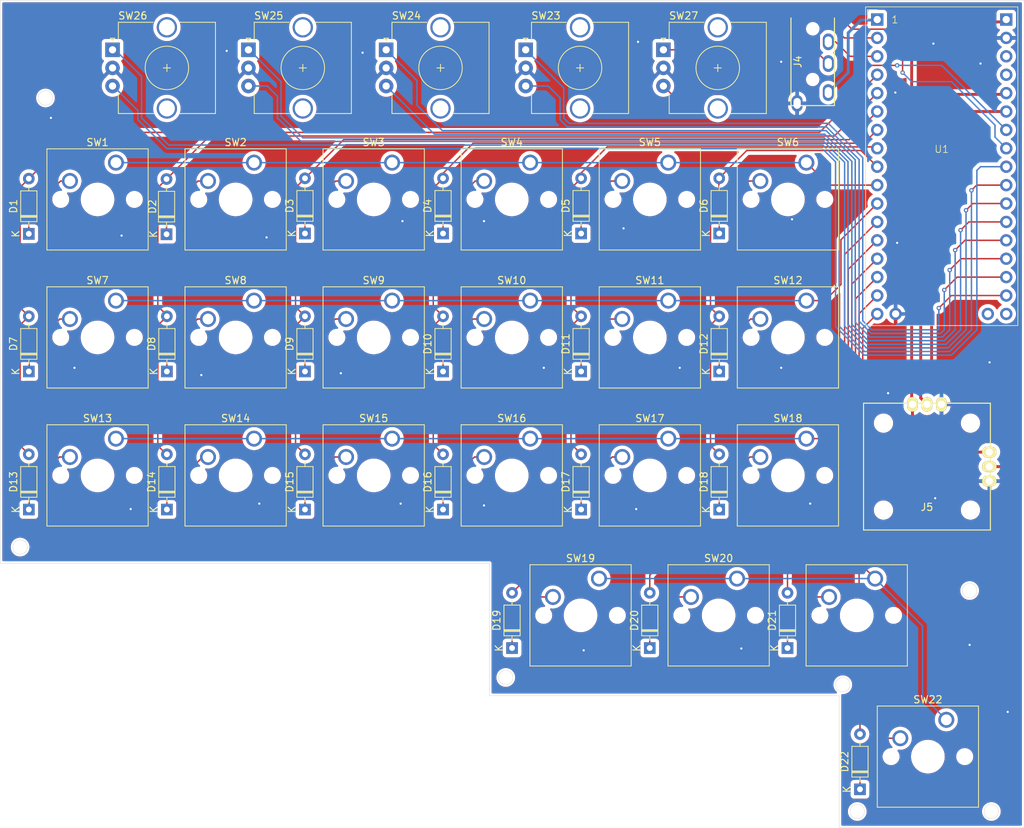
<source format=kicad_pcb>
(kicad_pcb (version 20241229) (generator "pcbnew") (generator_version "9.0")
  (layers (0 "F.Cu" signal) (2 "B.Cu" signal) (13 "F.Paste" user) (15 "B.Paste" user) (5 "F.SilkS" user "F.Silkscreen") (7 "B.SilkS" user "B.Silkscreen") (1 "F.Mask" user) (3 "B.Mask" user) (25 "Edge.Cuts" user))
  (net 0 "")
  (net 1 "VSYS")
  (net 2 "GND")
  (net 3 "+3.3V")
  (net 4 "Net-(D1-K)")
  (net 5 "col1")
  (net 6 "col2")
  (net 7 "Net-(D2-K)")
  (net 8 "Net-(D3-K)")
  (net 9 "col3")
  (net 10 "Net-(D4-K)")
  (net 11 "col4")
  (net 12 "col5")
  (net 13 "Net-(D5-K)")
  (net 14 "Net-(D6-K)")
  (net 15 "Net-(D7-K)")
  (net 16 "Net-(D8-K)")
  (net 17 "Net-(D9-K)")
  (net 18 "Net-(D10-K)")
  (net 19 "Net-(D11-K)")
  (net 20 "Net-(D12-K)")
  (net 21 "Net-(D13-K)")
  (net 22 "Net-(D14-K)")
  (net 23 "Net-(D15-K)")
  (net 24 "col6")
  (net 25 "Net-(D16-K)")
  (net 26 "Net-(D17-K)")
  (net 27 "Net-(D18-K)")
  (net 32 "GPIO23")
  (net 33 "GPIO22")
  (net 34 "GPIO20")
  (net 35 "GPIO17")
  (net 36 "GPIO16")
  (net 37 "GPIO18")
  (net 38 "GPIO21")
  (net 39 "GPIO19")
  (net 40 "GPIO27")
  (net 41 "colX1")
  (net 42 "GPIO25")
  (net 43 "Net-(D19-K)")
  (net 44 "colX2")
  (net 45 "GPIO26")
  (net 46 "Net-(D20-K)")
  (net 47 "GPIO24")
  (net 48 "colX3")
  (net 49 "row1")
  (net 50 "row2")
  (net 51 "row3")
  (net 52 "GPIO1")
  (net 53 "GPIO0")
  (net 54 "Net-(D21-K)")
  (net 55 "Net-(D22-K)")
  (net 56 "colX4")
  (net 57 "rowX")
  (footprint "Diode_THT:D_DO-35_SOD27_P7.62mm_Horizontal" (layer "F.Cu") (at 171.95 88.26 90)
    (property "Reference" "D12")
    (property "Value" "D")
  )
  (footprint "Diode_THT:D_DO-35_SOD27_P7.62mm_Horizontal" (layer "F.Cu") (at 114.8 88.26 90)
    (property "Reference" "D9")
    (property "Value" "D")
  )
  (footprint "Button_Switch_Keyboard:SW_Cherry_MX_1.00u_PCB" (layer "F.Cu") (at 183.971 78.474)
    (property "Reference" "SW12")
    (property "Value" "SW_MEC_5G")
  )
  (footprint "Diode_THT:D_DO-35_SOD27_P7.62mm_Horizontal" (layer "F.Cu") (at 171.95 69.21 90)
    (property "Reference" "D6")
    (property "Value" "D")
  )
  (footprint "Button_Switch_Keyboard:SW_Cherry_MX_1.00u_PCB" (layer "F.Cu") (at 107.771 97.524)
    (property "Reference" "SW14")
    (property "Value" "SW_MEC_5G")
  )
  (footprint "Diode_THT:D_DO-35_SOD27_P7.62mm_Horizontal" (layer "F.Cu") (at 162.37 126.435 90)
    (property "Reference" "D20")
    (property "Value" "D")
  )
  (footprint "Diode_THT:D_DO-35_SOD27_P7.62mm_Horizontal" (layer "F.Cu") (at 114.8 69.21 90)
    (property "Reference" "D3")
    (property "Value" "D")
  )
  (footprint "footprint:JT8P-3.2T- -1-16Y" (layer "F.Cu") (at 200.6125 101.3875)
    (property "Reference" "J5")
    (property "Value" "JT8P-3.2T- -1-16Y")
  )
  (footprint "Button_Switch_Keyboard:SW_Cherry_MX_1.00u_PCB" (layer "F.Cu") (at 183.971 97.524)
    (property "Reference" "SW18")
    (property "Value" "SW_MEC_5G")
  )
  (footprint "Diode_THT:D_DO-35_SOD27_P7.62mm_Horizontal" (layer "F.Cu") (at 76.7 107.31 90)
    (property "Reference" "D13")
    (property "Value" "D")
  )
  (footprint "Diode_THT:D_DO-35_SOD27_P7.62mm_Horizontal" (layer "F.Cu") (at 76.7 69.255 90)
    (property "Reference" "D1")
    (property "Value" "D")
  )
  (footprint "Button_Switch_Keyboard:SW_Cherry_MX_1.00u_PCB" (layer "F.Cu") (at 164.921 97.524)
    (property "Reference" "SW17")
    (property "Value" "SW_MEC_5G")
  )
  (footprint "Rotary_Encoder:RotaryEncoder_Alps_EC12E_Vertical_H20mm_CircularMountingHoles" (layer "F.Cu") (at 107 43.85)
    (property "Reference" "SW25")
    (property "Value" "RotaryEncoder")
  )
  (footprint "Diode_THT:D_DO-35_SOD27_P7.62mm_Horizontal" (layer "F.Cu") (at 181.37 126.435 90)
    (property "Reference" "D21")
    (property "Value" "D")
  )
  (footprint "Button_Switch_Keyboard:SW_Cherry_MX_1.00u_PCB" (layer "F.Cu") (at 174.411 116.844)
    (property "Reference" "SW20")
    (property "Value" "SW_MEC_5G")
  )
  (footprint "Button_Switch_Keyboard:SW_Cherry_MX_1.00u_PCB" (layer "F.Cu") (at 88.721 59.424)
    (property "Reference" "SW1")
    (property "Value" "SW_MEC_5G")
  )
  (footprint "Rotary_Encoder:RotaryEncoder_Alps_EC12E_Vertical_H20mm_CircularMountingHoles" (layer "F.Cu") (at 145.25 43.85)
    (property "Reference" "SW23")
    (property "Value" "RotaryEncoder")
  )
  (footprint "Button_Switch_Keyboard:SW_Cherry_MX_1.00u_PCB" (layer "F.Cu") (at 164.921 78.474)
    (property "Reference" "SW11")
    (property "Value" "SW_MEC_5G")
  )
  (footprint "Diode_THT:D_DO-35_SOD27_P7.62mm_Horizontal" (layer "F.Cu") (at 152.9 107.31 90)
    (property "Reference" "D17")
    (property "Value" "D")
  )
  (footprint "Diode_THT:D_DO-35_SOD27_P7.62mm_Horizontal" (layer "F.Cu") (at 152.9 69.21 90)
    (property "Reference" "D5")
    (property "Value" "D")
  )
  (footprint "Diode_THT:D_DO-35_SOD27_P7.62mm_Horizontal" (layer "F.Cu") (at 143.37 126.435 90)
    (property "Reference" "D19")
    (property "Value" "D")
  )
  (footprint "Button_Switch_Keyboard:SW_Cherry_MX_1.00u_PCB" (layer "F.Cu") (at 126.821 78.474)
    (property "Reference" "SW9")
    (property "Value" "SW_MEC_5G")
  )
  (footprint "Button_Switch_Keyboard:SW_Cherry_MX_1.00u_PCB" (layer "F.Cu") (at 145.871 78.474)
    (property "Reference" "SW10")
    (property "Value" "SW_MEC_5G")
  )
  (footprint "Diode_THT:D_DO-35_SOD27_P7.62mm_Horizontal" (layer "F.Cu") (at 152.9 88.26 90)
    (property "Reference" "D11")
    (property "Value" "D")
  )
  (footprint "Button_Switch_Keyboard:SW_Cherry_MX_1.00u_PCB" (layer "F.Cu") (at 126.821 97.524)
    (property "Reference" "SW15")
    (property "Value" "SW_MEC_5G")
  )
  (footprint "Diode_THT:D_DO-35_SOD27_P7.62mm_Horizontal" (layer "F.Cu") (at 133.85 69.21 90)
    (property "Reference" "D4")
    (property "Value" "D")
  )
  (footprint "Button_Switch_Keyboard:SW_Cherry_MX_1.00u_PCB" (layer "F.Cu") (at 164.921 59.424)
    (property "Reference" "SW5")
    (property "Value" "SW_MEC_5G")
  )
  (footprint "footprint:AE-RP2040" (layer "F.Cu") (at 202.65 59.92)
    (property "Reference" "U1")
    (property "Value" "~")
  )
  (footprint "Diode_THT:D_DO-35_SOD27_P7.62mm_Horizontal" (layer "F.Cu") (at 76.7 88.26 90)
    (property "Reference" "D7")
    (property "Value" "D")
  )
  (footprint "Button_Switch_Keyboard:SW_Cherry_MX_1.00u_PCB" (layer "F.Cu") (at 88.721 97.524)
    (property "Reference" "SW13")
    (property "Value" "SW_MEC_5G")
  )
  (footprint "Diode_THT:D_DO-35_SOD27_P7.62mm_Horizontal" (layer "F.Cu") (at 171.95 107.31 90)
    (property "Reference" "D18")
    (property "Value" "D")
  )
  (footprint "Diode_THT:D_DO-35_SOD27_P7.62mm_Horizontal" (layer "F.Cu") (at 114.8 107.31 90)
    (property "Reference" "D15")
    (property "Value" "D")
  )
  (footprint "Rotary_Encoder:RotaryEncoder_Alps_EC12E_Vertical_H20mm_CircularMountingHoles" (layer "F.Cu") (at 126 43.85)
    (property "Reference" "SW24")
    (property "Value" "RotaryEncoder")
  )
  (footprint "Button_Switch_Keyboard:SW_Cherry_MX_1.00u_PCB" (layer "F.Cu") (at 107.771 59.424)
    (property "Reference" "SW2")
    (property "Value" "SW_MEC_5G")
  )
  (footprint "footprint:MJ-4PP-9" (layer "F.Cu") (at 184.9 45.5 -90)
    (property "Reference" "J4")
    (property "Value" "AudioJack4")
  )
  (footprint "Rotary_Encoder:RotaryEncoder_Alps_EC12E_Vertical_H20mm_CircularMountingHoles" (layer "F.Cu") (at 88.25 43.85)
    (property "Reference" "SW26")
    (property "Value" "RotaryEncoder")
  )
  (footprint "Diode_THT:D_DO-35_SOD27_P7.62mm_Horizontal" (layer "F.Cu") (at 95.75 88.26 90)
    (property "Reference" "D8")
    (property "Value" "D")
  )
  (footprint "Rotary_Encoder:RotaryEncoder_Alps_EC12E_Vertical_H20mm_CircularMountingHoles" (layer "F.Cu") (at 164.25 43.85)
    (property "Reference" "SW27")
    (property "Value" "RotaryEncoder")
  )
  (footprint "Diode_THT:D_DO-35_SOD27_P7.62mm_Horizontal" (layer "F.Cu") (at 95.701 69.31 90)
    (property "Reference" "D2")
    (property "Value" "D")
  )
  (footprint "Button_Switch_Keyboard:SW_Cherry_MX_1.00u_PCB" (layer "F.Cu") (at 126.821 59.424)
    (property "Reference" "SW3")
    (property "Value" "SW_MEC_5G")
  )
  (footprint "Button_Switch_Keyboard:SW_Cherry_MX_1.00u_PCB" (layer "F.Cu") (at 145.871 59.424)
    (property "Reference" "SW4")
    (property "Value" "SW_MEC_5G")
  )
  (footprint "Button_Switch_Keyboard:SW_Cherry_MX_1.00u_PCB" (layer "F.Cu") (at 183.971 59.424)
    (property "Reference" "SW6")
    (property "Value" "SW_MEC_5G")
  )
  (footprint "Button_Switch_Keyboard:SW_Cherry_MX_1.00u_PCB" (layer "F.Cu") (at 107.771 78.474)
    (property "Reference" "SW8")
    (property "Value" "SW_MEC_5G")
  )
  (footprint "Diode_THT:D_DO-35_SOD27_P7.62mm_Horizontal" (layer "F.Cu") (at 191.37 145.935 90)
    (property "Reference" "D22")
    (property "Value" "D")
  )
  (footprint "Button_Switch_Keyboard:SW_Cherry_MX_1.00u_PCB" (layer "F.Cu") (at 203.281 136.344)
    (property "Reference" "SW22")
    (property "Value" "SW_MEC_5G")
  )
  (footprint "Diode_THT:D_DO-35_SOD27_P7.62mm_Horizontal" (layer "F.Cu") (at 133.85 107.31 90)
    (property "Reference" "D16")
    (property "Value" "D")
  )
  (footprint "Diode_THT:D_DO-35_SOD27_P7.62mm_Horizontal" (layer "F.Cu") (at 133.85 88.26 90)
    (property "Reference" "D10")
    (property "Value" "D")
  )
  (footprint "Diode_THT:D_DO-35_SOD27_P7.62mm_Horizontal" (layer "F.Cu") (at 95.75 107.31 90)
    (property "Reference" "D14")
    (property "Value" "D")
  )
  (footprint "Button_Switch_Keyboard:SW_Cherry_MX_1.00u_PCB" (layer "F.Cu") (at 155.361 116.844)
    (property "Reference" "SW19")
    (property "Value" "SW_MEC_5G")
  )
  (footprint "Button_Switch_Keyboard:SW_Cherry_MX_1.00u_PCB" (layer "F.Cu") (at 88.721 78.474)
    (property "Reference" "SW7")
    (property "Value" "SW_MEC_5G")
  )
  (footprint "Button_Switch_Keyboard:SW_Cherry_MX_1.00u_PCB" (layer "F.Cu") (at 145.871 97.524)
    (property "Reference" "SW16")
    (property "Value" "SW_key")
  )
  (footprint "Button_Switch_Keyboard:SW_Cherry_MX_1.00u_PCB" (layer "F.Cu") (at 193.461 116.844)
    (property "Reference" "SW21" (hide yes))
    (property "Value" "SW_MEC_5G")
  )
  (gr_line (start 140.25 114.75) (end 140.25 133) (stroke (width 0.05)) (layer "Edge.Cuts"))
  (gr_line (start 72.75 46.5) (end 72.75 37) (stroke (width 0.05)) (layer "Edge.Cuts"))
  (gr_circle (center 191 149) (end 191 148) (stroke (width 0.05)) (fill no) (layer "Edge.Cuts"))
  (gr_line (start 72.75 114.75) (end 140.25 114.75) (stroke (width 0.05)) (layer "Edge.Cuts"))
  (gr_circle (center 206.5 118.5) (end 206.5 117.5) (stroke (width 0.05)) (fill no) (layer "Edge.Cuts"))
  (gr_line (start 72.75 37) (end 214 37) (stroke (width 0.05)) (layer "Edge.Cuts"))
  (gr_circle (center 75.5 112.5) (end 75.5 111.5) (stroke (width 0.05)) (fill no) (layer "Edge.Cuts"))
  (gr_line (start 214 151.25) (end 188.5 151.25) (stroke (width 0.05)) (layer "Edge.Cuts"))
  (gr_line (start 140.25 133) (end 188.5 133) (stroke (width 0.05)) (layer "Edge.Cuts"))
  (gr_line (start 188.5 133) (end 188.5 151.25) (stroke (width 0.05)) (layer "Edge.Cuts"))
  (gr_line (start 214 37) (end 214 44.75) (stroke (width 0.05)) (layer "Edge.Cuts"))
  (gr_line (start 72.75 46.5) (end 72.75 114.75) (stroke (width 0.05)) (layer "Edge.Cuts"))
  (gr_circle (center 189 131.5) (end 188 131.5) (stroke (width 0.05)) (fill no) (layer "Edge.Cuts"))
  (gr_circle (center 79 50.5) (end 79 49.5) (stroke (width 0.05)) (fill no) (layer "Edge.Cuts"))
  (gr_circle (center 209.5 149) (end 209.5 148) (stroke (width 0.05)) (fill no) (layer "Edge.Cuts"))
  (gr_circle (center 142.5 130.5) (end 142.5 129.5) (stroke (width 0.05)) (fill no) (layer "Edge.Cuts"))
  (gr_line (start 214 44.75) (end 214 151.25) (stroke (width 0.05)) (layer "Edge.Cuts"))
  (segment (start 187 49.75) (end 189.75 47) (width 0.4) (layer "B.Cu") (net 1))
  (segment (start 193.67 39.75) (end 193.75 39.67) (width 0.2) (layer "B.Cu") (net 1))
  (segment (start 189.75 47) (end 189.75 41.5) (width 0.4) (layer "B.Cu") (net 1))
  (segment (start 189.75 41.5) (end 191.5 39.75) (width 0.4) (layer "B.Cu") (net 1))
  (segment (start 191.5 39.75) (end 193.67 39.75) (width 0.4) (layer "B.Cu") (net 1))
  (segment (start 209.2125 103.3875) (end 209.6125 103.3875) (width 0.2) (layer "F.Cu") (net 2))
  (via (at 158.75 68.5) (size 0.6) (drill 0.3) (layers "F.Cu" "B.Cu") (net 2))
  (via (at 160.5 107.25) (size 0.6) (drill 0.3) (layers "F.Cu" "B.Cu") (net 2))
  (via (at 139.5 67.5) (size 0.6) (drill 0.3) (layers "F.Cu" "B.Cu") (net 2))
  (via (at 184.5 106.5) (size 0.6) (drill 0.3) (layers "F.Cu" "B.Cu") (net 2))
  (via (at 175 126.5) (size 0.6) (drill 0.3) (layers "F.Cu" "B.Cu") (net 2))
  (via (at 166.5 87.75) (size 0.6) (drill 0.3) (layers "F.Cu" "B.Cu") (net 2))
  (via (at 180.5 45.5) (size 0.6) (drill 0.3) (layers "F.Cu" "B.Cu") (net 2))
  (via (at 196.5 70.5) (size 0.6) (drill 0.3) (layers "F.Cu" "B.Cu") (net 2))
  (via (at 122.75 44.25) (size 0.6) (drill 0.3) (layers "F.Cu" "B.Cu") (net 2))
  (via (at 109.5 69.75) (size 0.6) (drill 0.3) (layers "F.Cu" "B.Cu") (net 2))
  (via (at 119.75 88.5) (size 0.6) (drill 0.3) (layers "F.Cu" "B.Cu") (net 2))
  (via (at 83 87.75) (size 0.6) (drill 0.3) (layers "F.Cu" "B.Cu") (net 2))
  (via (at 196.25 49.75) (size 0.6) (drill 0.3) (layers "F.Cu" "B.Cu") (net 2))
  (via (at 79.75 53.25) (size 0.6) (drill 0.3) (layers "F.Cu" "B.Cu") (net 2))
  (via (at 160.75 42.75) (size 0.6) (drill 0.3) (layers "F.Cu" "B.Cu") (net 2))
  (via (at 208 45.75) (size 0.6) (drill 0.3) (layers "F.Cu" "B.Cu") (net 2))
  (via (at 211.75 135.25) (size 0.6) (drill 0.3) (layers "F.Cu" "B.Cu") (net 2))
  (via (at 89.5 69.5) (size 0.6) (drill 0.3) (layers "F.Cu" "B.Cu") (net 2))
  (via (at 153.25 126.75) (size 0.6) (drill 0.3) (layers "F.Cu" "B.Cu") (net 2))
  (via (at 147.75 87.75) (size 0.6) (drill 0.3) (layers "F.Cu" "B.Cu") (net 2))
  (via (at 90.75 107.25) (size 0.6) (drill 0.3) (layers "F.Cu" "B.Cu") (net 2))
  (via (at 128 106.5) (size 0.6) (drill 0.3) (layers "F.Cu" "B.Cu") (net 2))
  (via (at 180.5 87.75) (size 0.6) (drill 0.3) (layers "F.Cu" "B.Cu") (net 2))
  (via (at 201.75 105.75) (size 0.6) (drill 0.3) (layers "F.Cu" "B.Cu") (net 2))
  (via (at 100.5 88.75) (size 0.6) (drill 0.3) (layers "F.Cu" "B.Cu") (net 2))
  (via (at 108.5 106.5) (size 0.6) (drill 0.3) (layers "F.Cu" "B.Cu") (net 2))
  (via (at 195.25 91.25) (size 0.6) (drill 0.3) (layers "F.Cu" "B.Cu") (net 2))
  (via (at 209.25 87) (size 0.6) (drill 0.3) (layers "F.Cu" "B.Cu") (net 2))
  (via (at 128.25 67.5) (size 0.6) (drill 0.3) (layers "F.Cu" "B.Cu") (net 2))
  (via (at 182 67.25) (size 0.6) (drill 0.3) (layers "F.Cu" "B.Cu") (net 2))
  (via (at 201.5 43) (size 0.6) (drill 0.3) (layers "F.Cu" "B.Cu") (net 2))
  (via (at 104 44) (size 0.6) (drill 0.3) (layers "F.Cu" "B.Cu") (net 2))
  (via (at 139.5 106.75) (size 0.6) (drill 0.3) (layers "F.Cu" "B.Cu") (net 2))
  (via (at 206.5 126) (size 0.6) (drill 0.3) (layers "F.Cu" "B.Cu") (net 2))
  (segment (start 198.6125 94.8625) (end 198.6125 92.7875) (width 0.4) (layer "F.Cu") (net 3))
  (segment (start 198.5 92.675) (end 198.6125 92.7875) (width 0.2) (layer "F.Cu") (net 3))
  (segment (start 209.2125 99.3875) (end 203.1375 99.3875) (width 0.4) (layer "F.Cu") (net 3))
  (segment (start 198.5 42.25) (end 198.5 92.675) (width 0.4) (layer "F.Cu") (net 3))
  (segment (start 211.55 39.67) (end 211.22 40) (width 0.3) (layer "F.Cu") (net 3))
  (segment (start 211.22 40) (end 200.75 40) (width 0.4) (layer "F.Cu") (net 3))
  (segment (start 203.1375 99.3875) (end 198.6125 94.8625) (width 0.4) (layer "F.Cu") (net 3))
  (segment (start 200.75 40) (end 198.5 42.25) (width 0.4) (layer "F.Cu") (net 3))
  (segment (start 81.081 61.964) (end 78.6475 64.3975) (width 0.2) (layer "F.Cu") (net 4))
  (segment (start 76.7 69.255) (end 76.7 66.345) (width 0.2) (layer "F.Cu") (net 4))
  (segment (start 82.371 61.964) (end 81.081 61.964) (width 0.2) (layer "F.Cu") (net 4))
  (segment (start 76.7 66.345) (end 78.6475 64.3975) (width 0.2) (layer "F.Cu") (net 4))
  (segment (start 76.7 80.64) (end 75.5 81.84) (width 0.2) (layer "F.Cu") (net 5))
  (segment (start 76.7 99.69) (end 75.5 98.49) (width 0.2) (layer "F.Cu") (net 5))
  (segment (start 75.5 79.44) (end 76.7 80.64) (width 0.2) (layer "F.Cu") (net 5))
  (segment (start 75.5 98.49) (end 75.5 96.5) (width 0.2) (layer "F.Cu") (net 5))
  (segment (start 84.5 55.25) (end 84.75 55.25) (width 0.2) (layer "F.Cu") (net 5))
  (segment (start 84.75 55.25) (end 185.79 55.25) (width 0.2) (layer "F.Cu") (net 5))
  (segment (start 83.085 55.25) (end 76.7 61.635) (width 0.2) (layer "F.Cu") (net 5))
  (segment (start 76.7 61.635) (end 75.5 62.835) (width 0.2) (layer "F.Cu") (net 5))
  (segment (start 75.5 81.84) (end 75.5 96.5) (width 0.2) (layer "F.Cu") (net 5))
  (segment (start 84.75 55.25) (end 83.085 55.25) (width 0.2) (layer "F.Cu") (net 5))
  (segment (start 185.79 55.25) (end 193.75 47.29) (width 0.2) (layer "F.Cu") (net 5))
  (segment (start 75.5 62.835) (end 75.5 79.44) (width 0.2) (layer "F.Cu") (net 5))
  (segment (start 187.83 55.75) (end 101.641 55.75) (width 0.2) (layer "F.Cu") (net 6))
  (segment (start 94.5 79.25) (end 94.5 62.891) (width 0.2) (layer "F.Cu") (net 6))
  (segment (start 95.75 99.69) (end 95.69 99.69) (width 0.2) (layer "F.Cu") (net 6))
  (segment (start 193.75 49.83) (end 187.83 55.75) (width 0.2) (layer "F.Cu") (net 6))
  (segment (start 95.75 80.5) (end 94.5 79.25) (width 0.2) (layer "F.Cu") (net 6))
  (segment (start 94.5 98.5) (end 94.5 81.89) (width 0.2) (layer "F.Cu") (net 6))
  (segment (start 94.5 62.891) (end 95.701 61.69) (width 0.2) (layer "F.Cu") (net 6))
  (segment (start 94.5 81.89) (end 95.75 80.64) (width 0.2) (layer "F.Cu") (net 6))
  (segment (start 95.75 80.64) (end 95.75 80.5) (width 0.2) (layer "F.Cu") (net 6))
  (segment (start 95.69 99.69) (end 94.5 98.5) (width 0.2) (layer "F.Cu") (net 6))
  (segment (start 101.641 55.75) (end 95.701 61.69) (width 0.2) (layer "F.Cu") (net 6))
  (segment (start 100.036 61.964) (end 101.421 61.964) (width 0.2) (layer "F.Cu") (net 7))
  (segment (start 95.701 69.31) (end 95.701 66.299) (width 0.2) (layer "F.Cu") (net 7))
  (segment (start 95.701 66.299) (end 100.036 61.964) (width 0.2) (layer "F.Cu") (net 7))
  (segment (start 119.036 61.964) (end 120.471 61.964) (width 0.2) (layer "F.Cu") (net 8))
  (segment (start 114.8 66.2) (end 119.036 61.964) (width 0.2) (layer "F.Cu") (net 8))
  (segment (start 114.8 69.21) (end 114.8 66.2) (width 0.2) (layer "F.Cu") (net 8))
  (segment (start 189.87 56.25) (end 120.14 56.25) (width 0.2) (layer "F.Cu") (net 9))
  (segment (start 113.5 81.94) (end 114.8 80.64) (width 0.2) (layer "F.Cu") (net 9))
  (segment (start 193.75 52.37) (end 189.87 56.25) (width 0.2) (layer "F.Cu") (net 9))
  (segment (start 113.5 79.34) (end 113.5 62.89) (width 0.2) (layer "F.Cu") (net 9))
  (segment (start 114.8 99.69) (end 113.5 98.39) (width 0.2) (layer "F.Cu") (net 9))
  (segment (start 120.14 56.25) (end 114.8 61.59) (width 0.2) (layer "F.Cu") (net 9))
  (segment (start 113.5 98.39) (end 113.5 81.94) (width 0.2) (layer "F.Cu") (net 9))
  (segment (start 114.8 80.64) (end 113.5 79.34) (width 0.2) (layer "F.Cu") (net 9))
  (segment (start 113.5 62.89) (end 114.8 61.59) (width 0.2) (layer "F.Cu") (net 9))
  (segment (start 138.286 61.964) (end 139.521 61.964) (width 0.2) (layer "F.Cu") (net 10))
  (segment (start 133.85 66.4) (end 138.286 61.964) (width 0.2) (layer "F.Cu") (net 10))
  (segment (start 133.85 69.21) (end 133.85 66.4) (width 0.2) (layer "F.Cu") (net 10))
  (segment (start 133.85 61.59) (end 133.85 60.9) (width 0.2) (layer "F.Cu") (net 11))
  (segment (start 133.85 80.64) (end 132.5 79.29) (width 0.2) (layer "F.Cu") (net 11))
  (segment (start 132.5 62.94) (end 133.85 61.59) (width 0.2) (layer "F.Cu") (net 11))
  (segment (start 132.5 79.29) (end 132.5 62.94) (width 0.2) (layer "F.Cu") (net 11))
  (segment (start 138 56.75) (end 191.91 56.75) (width 0.2) (layer "F.Cu") (net 11))
  (segment (start 191.91 56.75) (end 193.75 54.91) (width 0.2) (layer "F.Cu") (net 11))
  (segment (start 132.5 98.34) (end 132.5 81.99) (width 0.2) (layer "F.Cu") (net 11))
  (segment (start 133.85 60.9) (end 138 56.75) (width 0.2) (layer "F.Cu") (net 11))
  (segment (start 133.85 99.69) (end 132.5 98.34) (width 0.2) (layer "F.Cu") (net 11))
  (segment (start 132.5 81.99) (end 133.85 80.64) (width 0.2) (layer "F.Cu") (net 11))
  (segment (start 152.9 99.69) (end 152.9 99.65) (width 0.2) (layer "F.Cu") (net 12))
  (segment (start 193.55 57.25) (end 193.75 57.45) (width 0.2) (layer "F.Cu") (net 12))
  (segment (start 151.5 82.04) (end 152.9 80.64) (width 0.2) (layer "F.Cu") (net 12))
  (segment (start 152.9 61.59) (end 152.9 60.85) (width 0.2) (layer "F.Cu") (net 12))
  (segment (start 152.9 99.65) (end 151.5 98.25) (width 0.2) (layer "F.Cu") (net 12))
  (segment (start 151.5 62.99) (end 152.9 61.59) (width 0.2) (layer "F.Cu") (net 12))
  (segment (start 152.9 60.85) (end 156.5 57.25) (width 0.2) (layer "F.Cu") (net 12))
  (segment (start 152.9 80.64) (end 151.5 79.24) (width 0.2) (layer "F.Cu") (net 12))
  (segment (start 151.5 79.24) (end 151.5 62.99) (width 0.2) (layer "F.Cu") (net 12))
  (segment (start 151.5 98.25) (end 151.5 82.04) (width 0.2) (layer "F.Cu") (net 12))
  (segment (start 156.5 57.25) (end 193.55 57.25) (width 0.2) (layer "F.Cu") (net 12))
  (segment (start 152.9 69.21) (end 152.9 66.1) (width 0.2) (layer "F.Cu") (net 13))
  (segment (start 157.036 61.964) (end 158.571 61.964) (width 0.2) (layer "F.Cu") (net 13))
  (segment (start 152.9 66.1) (end 157.036 61.964) (width 0.2) (layer "F.Cu") (net 13))
  (segment (start 171.95 66.05) (end 176.036 61.964) (width 0.2) (layer "F.Cu") (net 14))
  (segment (start 176.036 61.964) (end 177.621 61.964) (width 0.2) (layer "F.Cu") (net 14))
  (segment (start 171.95 69.21) (end 171.95 66.05) (width 0.2) (layer "F.Cu") (net 14))
  (segment (start 80.986 81.014) (end 76.75 85.25) (width 0.2) (layer "F.Cu") (net 15))
  (segment (start 76.75 85.25) (end 76.75 88.21) (width 0.2) (layer "F.Cu") (net 15))
  (segment (start 76.75 88.21) (end 76.7 88.26) (width 0.2) (layer "F.Cu") (net 15))
  (segment (start 82.371 81.014) (end 80.986 81.014) (width 0.2) (layer "F.Cu") (net 15))
  (segment (start 95.75 88.26) (end 95.75 85.25) (width 0.2) (layer "F.Cu") (net 16))
  (segment (start 99.986 81.014) (end 101.421 81.014) (width 0.2) (layer "F.Cu") (net 16))
  (segment (start 95.75 85.25) (end 99.986 81.014) (width 0.2) (layer "F.Cu") (net 16))
  (segment (start 114.8 88.26) (end 114.8 85.2) (width 0.2) (layer "F.Cu") (net 17))
  (segment (start 118.986 81.014) (end 120.471 81.014) (width 0.2) (layer "F.Cu") (net 17))
  (segment (start 114.8 85.2) (end 118.986 81.014) (width 0.2) (layer "F.Cu") (net 17))
  (segment (start 133.85 85.15) (end 137.986 81.014) (width 0.2) (layer "F.Cu") (net 18))
  (segment (start 137.986 81.014) (end 139.521 81.014) (width 0.2) (layer "F.Cu") (net 18))
  (segment (start 133.85 88.26) (end 133.85 85.15) (width 0.2) (layer "F.Cu") (net 18))
  (segment (start 152.9 88.26) (end 152.9 85.1) (width 0.2) (layer "F.Cu") (net 19))
  (segment (start 152.9 85.1) (end 156.986 81.014) (width 0.2) (layer "F.Cu") (net 19))
  (segment (start 156.986 81.014) (end 158.571 81.014) (width 0.2) (layer "F.Cu") (net 19))
  (segment (start 171.95 88.26) (end 171.95 85.35) (width 0.2) (layer "F.Cu") (net 20))
  (segment (start 171.95 85.35) (end 175.9 81.4) (width 0.2) (layer "F.Cu") (net 20))
  (segment (start 176.286 81.014) (end 175.9 81.4) (width 0.2) (layer "F.Cu") (net 20))
  (segment (start 177.621 81.014) (end 176.286 81.014) (width 0.2) (layer "F.Cu") (net 20))
  (segment (start 80.936 100.064) (end 76.75 104.25) (width 0.2) (layer "F.Cu") (net 21))
  (segment (start 76.75 104.25) (end 76.75 107.26) (width 0.2) (layer "F.Cu") (net 21))
  (segment (start 82.371 100.064) (end 80.936 100.064) (width 0.2) (layer "F.Cu") (net 21))
  (segment (start 76.75 107.26) (end 76.7 107.31) (width 0.2) (layer "F.Cu") (net 21))
  (segment (start 95.75 105) (end 95.75 107.31) (width 0.2) (layer "F.Cu") (net 22))
  (segment (start 101.421 100.064) (end 100.686 100.064) (width 0.2) (layer "F.Cu") (net 22))
  (segment (start 100.686 100.064) (end 95.75 105) (width 0.2) (layer "F.Cu") (net 22))
  (segment (start 114.8 107.31) (end 114.8 104.2) (width 0.2) (layer "F.Cu") (net 23))
  (segment (start 118.936 100.064) (end 120.471 100.064) (width 0.2) (layer "F.Cu") (net 23))
  (segment (start 114.8 104.2) (end 118.936 100.064) (width 0.2) (layer "F.Cu") (net 23))
  (segment (start 171.901 63.049) (end 171.901 61.599) (width 0.2) (layer "F.Cu") (net 24))
  (segment (start 171.95 99.69) (end 170.75 98.49) (width 0.2) (layer "F.Cu") (net 24))
  (segment (start 171.901 61.599) (end 175.75 57.75) (width 0.2) (layer "F.Cu") (net 24))
  (segment (start 170.75 98.49) (end 170.75 81.84) (width 0.2) (layer "F.Cu") (net 24))
  (segment (start 170.75 64.2) (end 171.901 63.049) (width 0.2) (layer "F.Cu") (net 24))
  (segment (start 191.51 57.75) (end 193.75 59.99) (width 0.2) (layer "F.Cu") (net 24))
  (segment (start 170.75 81.84) (end 171.95 80.64) (width 0.2) (layer "F.Cu") (net 24))
  (segment (start 175.75 57.75) (end 191.51 57.75) (width 0.2) (layer "F.Cu") (net 24))
  (segment (start 170.75 78) (end 170.75 64.2) (width 0.2) (layer "F.Cu") (net 24))
  (segment (start 171.95 80.64) (end 170.75 79.44) (width 0.2) (layer "F.Cu") (net 24))
  (segment (start 170.75 79.44) (end 170.75 78) (width 0.2) (layer "F.Cu") (net 24))
  (segment (start 138.186 100.064) (end 139.521 100.064) (width 0.2) (layer "F.Cu") (net 25))
  (segment (start 133.85 104.4) (end 138.186 100.064) (width 0.2) (layer "F.Cu") (net 25))
  (segment (start 133.85 107.31) (end 133.85 104.4) (width 0.2) (layer "F.Cu") (net 25))
  (segment (start 152.9 107.31) (end 152.9 104.35) (width 0.2) (layer "F.Cu") (net 26))
  (segment (start 157.186 100.064) (end 158.571 100.064) (width 0.2) (layer "F.Cu") (net 26))
  (segment (start 152.9 104.35) (end 157.186 100.064) (width 0.2) (layer "F.Cu") (net 26))
  (segment (start 176.186 100.064) (end 177.621 100.064) (width 0.2) (layer "F.Cu") (net 27))
  (segment (start 171.95 107.31) (end 171.95 104.3) (width 0.2) (layer "F.Cu") (net 27))
  (segment (start 171.95 104.3) (end 176.186 100.064) (width 0.2) (layer "F.Cu") (net 27))
  (segment (start 204 86) (end 207.5 82.5) (width 0.2) (layer "B.Cu") (net 32))
  (segment (start 207.5 60.5) (end 208.01 59.99) (width 0.2) (layer "B.Cu") (net 32))
  (segment (start 95.75 57.5) (end 186.184314 57.5) (width 0.2) (layer "B.Cu") (net 32))
  (segment (start 88.25 48.85) (end 88.35 48.85) (width 0.2) (layer "B.Cu") (net 32))
  (segment (start 188 59.315686) (end 188 82.065686) (width 0.2) (layer "B.Cu") (net 32))
  (segment (start 207.5 82.5) (end 207.5 60.5) (width 0.2) (layer "B.Cu") (net 32))
  (segment (start 91.75 52.25) (end 91.75 53.5) (width 0.2) (layer "B.Cu") (net 32))
  (segment (start 191.934314 86) (end 204 86) (width 0.2) (layer "B.Cu") (net 32))
  (segment (start 91.75 53.5) (end 95.75 57.5) (width 0.2) (layer "B.Cu") (net 32))
  (segment (start 188 82.065686) (end 191.934314 86) (width 0.2) (layer "B.Cu") (net 32))
  (segment (start 208.01 59.99) (end 211.55 59.99) (width 0.2) (layer "B.Cu") (net 32))
  (segment (start 88.35 48.85) (end 91.75 52.25) (width 0.2) (layer "B.Cu") (net 32))
  (segment (start 186.184314 57.5) (end 188 59.315686) (width 0.2) (layer "B.Cu") (net 32))
  (segment (start 207.47 62.53) (end 211.55 62.53) (width 0.2) (layer "F.Cu") (net 33))
  (segment (start 206.75 63.25) (end 207.47 62.53) (width 0.2) (layer "F.Cu") (net 33))
  (via (at 206.75 63.25) (size 0.6) (drill 0.3) (layers "F.Cu" "B.Cu") (net 33))
  (segment (start 190 83.5) (end 192 85.5) (width 0.2) (layer "B.Cu") (net 33))
  (segment (start 92.25 53.25) (end 96 57) (width 0.2) (layer "B.Cu") (net 33))
  (segment (start 203.75 85.5) (end 206.25 83) (width 0.2) (layer "B.Cu") (net 33))
  (segment (start 192 85.5) (end 203.75 85.5) (width 0.2) (layer "B.Cu") (net 33))
  (segment (start 88.25 43.85) (end 88.6 43.85) (width 0.2) (layer "B.Cu") (net 33))
  (segment (start 188.5 82) (end 190 83.5) (width 0.2) (layer "B.Cu") (net 33))
  (segment (start 186.25 57) (end 188.5 59.25) (width 0.2) (layer "B.Cu") (net 33))
  (segment (start 96 57) (end 186 57) (width 0.2) (layer "B.Cu") (net 33))
  (segment (start 90.75 46) (end 92.25 47.5) (width 0.2) (layer "B.Cu") (net 33))
  (segment (start 188.5 59.25) (end 188.5 82) (width 0.2) (layer "B.Cu") (net 33))
  (segment (start 92.25 47.5) (end 92.25 53.25) (width 0.2) (layer "B.Cu") (net 33))
  (segment (start 206.75 82.5) (end 206.75 63.25) (width 0.2) (layer "B.Cu") (net 33))
  (segment (start 186 57) (end 186.25 57) (width 0.2) (layer "B.Cu") (net 33))
  (segment (start 206.25 83) (end 206.75 82.5) (width 0.2) (layer "B.Cu") (net 33))
  (segment (start 88.6 43.85) (end 90.75 46) (width 0.2) (layer "B.Cu") (net 33))
  (segment (start 206.39 67.61) (end 211.55 67.61) (width 0.2) (layer "F.Cu") (net 34))
  (segment (start 205.25 68.75) (end 206.39 67.61) (width 0.2) (layer "F.Cu") (net 34))
  (via (at 205.25 68.75) (size 0.6) (drill 0.3) (layers "F.Cu" "B.Cu") (net 34))
  (segment (start 111.5 48.25) (end 107.1 43.85) (width 0.2) (layer "B.Cu") (net 34))
  (segment (start 192.434314 84.5) (end 189.717157 81.782843) (width 0.2) (layer "B.Cu") (net 34))
  (segment (start 203.25 84.5) (end 192.434314 84.5) (width 0.2) (layer "B.Cu") (net 34))
  (segment (start 189.717157 59.282843) (end 186.434314 56) (width 0.2) (layer "B.Cu") (net 34))
  (segment (start 205.25 68.75) (end 205.25 82.5) (width 0.2) (layer "B.Cu") (net 34))
  (segment (start 114.5 56) (end 111.5 53) (width 0.2) (layer "B.Cu") (net 34))
  (segment (start 111.5 53) (end 111.5 48.25) (width 0.2) (layer "B.Cu") (net 34))
  (segment (start 189.717157 81.782843) (end 189.717157 59.282843) (width 0.2) (layer "B.Cu") (net 34))
  (segment (start 186.434314 56) (end 114.5 56) (width 0.2) (layer "B.Cu") (net 34))
  (segment (start 107.1 43.85) (end 107 43.85) (width 0.2) (layer "B.Cu") (net 34))
  (segment (start 205.25 82.5) (end 203.25 84.5) (width 0.2) (layer "B.Cu") (net 34))
  (segment (start 204.77 75.23) (end 211.55 75.23) (width 0.2) (layer "F.Cu") (net 35))
  (segment (start 203 77) (end 204.77 75.23) (width 0.2) (layer "F.Cu") (net 35))
  (via (at 203 77) (size 0.6) (drill 0.3) (layers "F.Cu" "B.Cu") (net 35))
  (segment (start 191.25 81.315686) (end 191.25 59) (width 0.2) (layer "B.Cu") (net 35))
  (segment (start 203 82.5) (end 202.5 83) (width 0.2) (layer "B.Cu") (net 35))
  (segment (start 186.75 54.5) (end 151 54.5) (width 0.2) (layer "B.Cu") (net 35))
  (segment (start 192.934314 83) (end 191.25 81.315686) (width 0.2) (layer "B.Cu") (net 35))
  (segment (start 191.25 59) (end 186.75 54.5) (width 0.2) (layer "B.Cu") (net 35))
  (segment (start 203 77) (end 203 82.5) (width 0.2) (layer "B.Cu") (net 35))
  (segment (start 150 50.5) (end 148.35 48.85) (width 0.2) (layer "B.Cu") (net 35))
  (segment (start 150 53.5) (end 150 50.5) (width 0.2) (layer "B.Cu") (net 35))
  (segment (start 151 54.5) (end 150 53.5) (width 0.2) (layer "B.Cu") (net 35))
  (segment (start 202.5 83) (end 192.934314 83) (width 0.2) (layer "B.Cu") (net 35))
  (segment (start 148.35 48.85) (end 145.25 48.85) (width 0.2) (layer "B.Cu") (net 35))
  (segment (start 203.98 77.77) (end 211.55 77.77) (width 0.2) (layer "F.Cu") (net 36))
  (segment (start 202.25 79.5) (end 203.98 77.77) (width 0.2) (layer "F.Cu") (net 36))
  (via (at 202.25 79.5) (size 0.6) (drill 0.3) (layers "F.Cu" "B.Cu") (net 36))
  (segment (start 187 54) (end 151.25 54) (width 0.2) (layer "B.Cu") (net 36))
  (segment (start 202.25 79.5) (end 202.25 82.5) (width 0.2) (layer "B.Cu") (net 36))
  (segment (start 150.5 49.1) (end 145.25 43.85) (width 0.2) (layer "B.Cu") (net 36))
  (segment (start 191.75 58.75) (end 187 54) (width 0.2) (layer "B.Cu") (net 36))
  (segment (start 202.25 82.5) (end 193 82.5) (width 0.2) (layer "B.Cu") (net 36))
  (segment (start 193 82.5) (end 191.75 81.25) (width 0.2) (layer "B.Cu") (net 36))
  (segment (start 151.25 54) (end 150.5 53.25) (width 0.2) (layer "B.Cu") (net 36))
  (segment (start 191.75 81.25) (end 191.75 58.75) (width 0.2) (layer "B.Cu") (net 36))
  (segment (start 150.5 53.25) (end 150.5 49.1) (width 0.2) (layer "B.Cu") (net 36))
  (segment (start 203.75 74.25) (end 205.31 72.69) (width 0.2) (layer "F.Cu") (net 37))
  (segment (start 205.31 72.69) (end 211.55 72.69) (width 0.2) (layer "F.Cu") (net 37))
  (via (at 203.75 74.25) (size 0.6) (drill 0.3) (layers "F.Cu" "B.Cu") (net 37))
  (segment (start 186.684314 55) (end 133.75 55) (width 0.2) (layer "B.Cu") (net 37))
  (segment (start 130.25 48.1) (end 126 43.85) (width 0.2) (layer "B.Cu") (net 37))
  (segment (start 202.75 83.5) (end 192.75 83.5) (width 0.2) (layer "B.Cu") (net 37))
  (segment (start 203.75 74.25) (end 203.75 82.5) (width 0.2) (layer "B.Cu") (net 37))
  (segment (start 130.25 51.5) (end 130.25 48.1) (width 0.2) (layer "B.Cu") (net 37))
  (segment (start 190.717157 81.467157) (end 190.717157 59.032843) (width 0.2) (layer "B.Cu") (net 37))
  (segment (start 133.75 55) (end 130.25 51.5) (width 0.2) (layer "B.Cu") (net 37))
  (segment (start 192.75 83.5) (end 190.717157 81.467157) (width 0.2) (layer "B.Cu") (net 37))
  (segment (start 190.717157 59.032843) (end 186.684314 55) (width 0.2) (layer "B.Cu") (net 37))
  (segment (start 203.75 82.5) (end 202.75 83.5) (width 0.2) (layer "B.Cu") (net 37))
  (segment (start 206 66) (end 206.93 65.07) (width 0.2) (layer "F.Cu") (net 38))
  (segment (start 206.93 65.07) (end 211.55 65.07) (width 0.2) (layer "F.Cu") (net 38))
  (via (at 206 66) (size 0.6) (drill 0.3) (layers "F.Cu" "B.Cu") (net 38))
  (segment (start 111 50.25) (end 109.6 48.85) (width 0.2) (layer "B.Cu") (net 38))
  (segment (start 206 82.5) (end 203.5 85) (width 0.2) (layer "B.Cu") (net 38))
  (segment (start 111 53.25) (end 111 50.25) (width 0.2) (layer "B.Cu") (net 38))
  (segment (start 192.25 85) (end 189.25 82) (width 0.2) (layer "B.Cu") (net 38))
  (segment (start 186.368628 56.5) (end 114.25 56.5) (width 0.2) (layer "B.Cu") (net 38))
  (segment (start 206 66) (end 206 82.5) (width 0.2) (layer "B.Cu") (net 38))
  (segment (start 203.5 85) (end 192.25 85) (width 0.2) (layer "B.Cu") (net 38))
  (segment (start 189.25 59.381372) (end 186.368628 56.5) (width 0.2) (layer "B.Cu") (net 38))
  (segment (start 109.6 48.85) (end 107 48.85) (width 0.2) (layer "B.Cu") (net 38))
  (segment (start 114.25 56.5) (end 111 53.25) (width 0.2) (layer "B.Cu") (net 38))
  (segment (start 189.25 82) (end 189.25 59.381372) (width 0.2) (layer "B.Cu") (net 38))
  (segment (start 204.5 71.5) (end 205.85 70.15) (width 0.2) (layer "F.Cu") (net 39))
  (segment (start 205.85 70.15) (end 211.55 70.15) (width 0.2) (layer "F.Cu") (net 39))
  (via (at 204.5 71.5) (size 0.6) (drill 0.3) (layers "F.Cu" "B.Cu") (net 39))
  (segment (start 203 84) (end 192.5 84) (width 0.2) (layer "B.Cu") (net 39))
  (segment (start 132.65 55.5) (end 126 48.85) (width 0.2) (layer "B.Cu") (net 39))
  (segment (start 186.5 55.5) (end 132.65 55.5) (width 0.2) (layer "B.Cu") (net 39))
  (segment (start 204.5 71.5) (end 204.5 82.5) (width 0.2) (layer "B.Cu") (net 39))
  (segment (start 204.5 82.5) (end 203 84) (width 0.2) (layer "B.Cu") (net 39))
  (segment (start 190.25 59.25) (end 186.5 55.5) (width 0.2) (layer "B.Cu") (net 39))
  (segment (start 190.25 81.75) (end 190.25 59.25) (width 0.2) (layer "B.Cu") (net 39))
  (segment (start 192.5 84) (end 190.25 81.75) (width 0.2) (layer "B.Cu") (net 39))
  (segment (start 201.25 50) (end 211.38 50) (width 0.4) (layer "F.Cu") (net 40))
  (segment (start 211.38 50) (end 211.55 49.83) (width 0.2) (layer "F.Cu") (net 40))
  (segment (start 199.75 91.925) (end 199.75 51.5) (width 0.4) (layer "F.Cu") (net 40))
  (segment (start 200.6125 92.7875) (end 199.75 91.925) (width 0.4) (layer "F.Cu") (net 40))
  (segment (start 199.75 51.5) (end 201.25 50) (width 0.4) (layer "F.Cu") (net 40))
  (segment (start 186.5 112) (end 189.75 108.75) (width 0.2) (layer "F.Cu") (net 41))
  (segment (start 143.37 118.815) (end 150.185 112) (width 0.2) (layer "F.Cu") (net 41))
  (segment (start 189.75 74.15) (end 193.75 70.15) (width 0.2) (layer "F.Cu") (net 41))
  (segment (start 189.75 108.75) (end 189.75 74.15) (width 0.2) (layer "F.Cu") (net 41))
  (segment (start 150.185 112) (end 186.5 112) (width 0.2) (layer "F.Cu") (net 41))
  (segment (start 183.5 49.5) (end 184 50) (width 0.2) (layer "F.Cu") (net 42))
  (segment (start 178.5 50) (end 179 49.5) (width 0.2) (layer "F.Cu") (net 42))
  (segment (start 164.25 48.85) (end 165.4 50) (width 0.2) (layer "F.Cu") (net 42))
  (segment (start 165.4 50) (end 168.5 50) (width 0.2) (layer "F.Cu") (net 42))
  (segment (start 191.25 46.75) (end 192 46) (width 0.2) (layer "F.Cu") (net 42))
  (segment (start 192 46) (end 196.5 46) (width 0.2) (layer "F.Cu") (net 42))
  (segment (start 186.25 52.25) (end 187.25 52.25) (width 0.2) (layer "F.Cu") (net 42))
  (segment (start 179 49.5) (end 183.5 49.5) (width 0.2) (layer "F.Cu") (net 42))
  (segment (start 191.25 48.25) (end 191.25 46.75) (width 0.2) (layer "F.Cu") (net 42))
  (segment (start 187.25 52.25) (end 191.25 48.25) (width 0.2) (layer "F.Cu") (net 42))
  (segment (start 184 50) (end 186.25 52.25) (width 0.2) (layer "F.Cu") (net 42))
  (segment (start 168.5 50) (end 178.5 50) (width 0.2) (layer "F.Cu") (net 42))
  (via (at 196.5 46) (size 0.6) (drill 0.3) (layers "F.Cu" "B.Cu") (net 42))
  (segment (start 202.64 46) (end 211.55 54.91) (width 0.2) (layer "B.Cu") (net 42))
  (segment (start 196.5 46) (end 202.64 46) (width 0.2) (layer "B.Cu") (net 42))
  (segment (start 147.116 119.384) (end 149.011 119.384) (width 0.2) (layer "F.Cu") (net 43))
  (segment (start 143.37 123.13) (end 147.116 119.384) (width 0.2) (layer "F.Cu") (net 43))
  (segment (start 143.37 126.435) (end 143.37 123.13) (width 0.2) (layer "F.Cu") (net 43))
  (segment (start 190.25 76.19) (end 193.75 72.69) (width 0.2) (layer "F.Cu") (net 44))
  (segment (start 162.37 118.815) (end 162.37 116.38) (width 0.2) (layer "F.Cu") (net 44))
  (segment (start 169.75 112.5) (end 186.565686 112.5) (width 0.2) (layer "F.Cu") (net 44))
  (segment (start 162.37 116.38) (end 166.25 112.5) (width 0.2) (layer "F.Cu") (net 44))
  (segment (start 190.25 108.815686) (end 190.25 76.19) (width 0.2) (layer "F.Cu") (net 44))
  (segment (start 166.25 112.5) (end 169.75 112.5) (width 0.2) (layer "F.Cu") (net 44))
  (segment (start 186.565686 112.5) (end 190.25 108.815686) (width 0.2) (layer "F.Cu") (net 44))
  (segment (start 210.8625 101.3875) (end 211.125 101.125) (width 0.4) (layer "F.Cu") (net 45))
  (segment (start 209.2125 101.3875) (end 210.8625 101.3875) (width 0.4) (layer "F.Cu") (net 45))
  (segment (start 202.13 52.37) (end 201.25 53.25) (width 0.4) (layer "F.Cu") (net 45))
  (segment (start 211.25 101) (end 211.125 101.125) (width 0.4) (layer "F.Cu") (net 45))
  (segment (start 201.75 90.5) (end 208 90.5) (width 0.4) (layer "F.Cu") (net 45))
  (segment (start 211.87 52.37) (end 211.55 52.37) (width 0.2) (layer "F.Cu") (net 45))
  (segment (start 211.55 52.37) (end 202.13 52.37) (width 0.4) (layer "F.Cu") (net 45))
  (segment (start 201.25 53.25) (end 201.25 90) (width 0.4) (layer "F.Cu") (net 45))
  (segment (start 211.25 93.75) (end 211.25 101) (width 0.4) (layer "F.Cu") (net 45))
  (segment (start 208 90.5) (end 211.25 93.75) (width 0.4) (layer "F.Cu") (net 45))
  (segment (start 201.25 90) (end 201.75 90.5) (width 0.4) (layer "F.Cu") (net 45))
  (segment (start 166.366 119.384) (end 168.061 119.384) (width 0.2) (layer "F.Cu") (net 46))
  (segment (start 162.37 126.435) (end 162.37 123.38) (width 0.2) (layer "F.Cu") (net 46))
  (segment (start 162.37 123.38) (end 166.366 119.384) (width 0.2) (layer "F.Cu") (net 46))
  (segment (start 190.25 41) (end 196 41) (width 0.2) (layer "F.Cu") (net 47))
  (segment (start 196 41) (end 197.25 42.25) (width 0.2) (layer "F.Cu") (net 47))
  (segment (start 169 43) (end 169.25 42.75) (width 0.2) (layer "F.Cu") (net 47))
  (segment (start 164.25 43.85) (end 168.15 43.85) (width 0.2) (layer "F.Cu") (net 47))
  (segment (start 197.25 42.25) (end 197.25 47) (width 0.2) (layer "F.Cu") (net 47))
  (segment (start 176.5 42.75) (end 180 42.75) (width 0.2) (layer "F.Cu") (net 47))
  (segment (start 169.25 42.75) (end 176.5 42.75) (width 0.2) (layer "F.Cu") (net 47))
  (segment (start 168.15 43.85) (end 169 43) (width 0.2) (layer "F.Cu") (net 47))
  (segment (start 183.5 39.25) (end 188.5 39.25) (width 0.2) (layer "F.Cu") (net 47))
  (segment (start 180 42.75) (end 183.5 39.25) (width 0.2) (layer "F.Cu") (net 47))
  (segment (start 188.5 39.25) (end 190 40.75) (width 0.2) (layer "F.Cu") (net 47))
  (segment (start 190 40.75) (end 190.25 41) (width 0.2) (layer "F.Cu") (net 47))
  (via (at 197.25 47) (size 0.6) (drill 0.3) (layers "F.Cu" "B.Cu") (net 47))
  (segment (start 204 48.25) (end 210 54.25) (width 0.2) (layer "B.Cu") (net 47))
  (segment (start 210 54.25) (end 210 55.9) (width 0.2) (layer "B.Cu") (net 47))
  (segment (start 210 55.9) (end 211.55 57.45) (width 0.2) (layer "B.Cu") (net 47))
  (segment (start 198.5 48.25) (end 204 48.25) (width 0.2) (layer "B.Cu") (net 47))
  (segment (start 197.25 47) (end 198.5 48.25) (width 0.2) (layer "B.Cu") (net 47))
  (segment (start 164.35 43.85) (end 164.75 44.25) (width 0.2) (layer "B.Cu") (net 47))
  (segment (start 181.37 118.815) (end 181.37 115.38) (width 0.2) (layer "F.Cu") (net 48))
  (segment (start 183.75 113) (end 186.75 113) (width 0.2) (layer "F.Cu") (net 48))
  (segment (start 186.75 113) (end 190.75 109) (width 0.2) (layer "F.Cu") (net 48))
  (segment (start 190.75 109) (end 190.75 78.23) (width 0.2) (layer "F.Cu") (net 48))
  (segment (start 181.37 115.38) (end 183.75 113) (width 0.2) (layer "F.Cu") (net 48))
  (segment (start 190.75 78.23) (end 193.75 75.23) (width 0.2) (layer "F.Cu") (net 48))
  (segment (start 187.077 62.53) (end 183.971 59.424) (width 0.2) (layer "F.Cu") (net 49))
  (segment (start 193.75 62.53) (end 187.077 62.53) (width 0.2) (layer "F.Cu") (net 49))
  (segment (start 88.721 59.424) (end 183.971 59.424) (width 0.2) (layer "B.Cu") (net 49))
  (segment (start 186.526 78.474) (end 188.75 76.25) (width 0.2) (layer "F.Cu") (net 50))
  (segment (start 188.75 70.07) (end 193.75 65.07) (width 0.2) (layer "F.Cu") (net 50))
  (segment (start 188.75 76.25) (end 188.75 70.07) (width 0.2) (layer "F.Cu") (net 50))
  (segment (start 183.971 78.474) (end 186.526 78.474) (width 0.2) (layer "F.Cu") (net 50))
  (segment (start 183.971 78.474) (end 88.721 78.474) (width 0.2) (layer "B.Cu") (net 50))
  (segment (start 183.971 97.524) (end 186.726 97.524) (width 0.2) (layer "F.Cu") (net 51))
  (segment (start 189.25 95) (end 189.25 72.11) (width 0.2) (layer "F.Cu") (net 51))
  (segment (start 189.25 72.11) (end 193.75 67.61) (width 0.2) (layer "F.Cu") (net 51))
  (segment (start 186.726 97.524) (end 189.25 95) (width 0.2) (layer "F.Cu") (net 51))
  (segment (start 88.721 97.524) (end 183.971 97.524) (width 0.2) (layer "B.Cu") (net 51))
  (segment (start 190 44.75) (end 193.75 44.75) (width 0.2) (layer "F.Cu") (net 52))
  (segment (start 187 42.75) (end 188 42.75) (width 0.2) (layer "F.Cu") (net 52))
  (segment (start 188 42.75) (end 190 44.75) (width 0.2) (layer "F.Cu") (net 52))
  (segment (start 187 45.75) (end 185.75 44.5) (width 0.2) (layer "F.Cu") (net 53))
  (segment (start 188 41) (end 189.21 42.21) (width 0.2) (layer "F.Cu") (net 53))
  (segment (start 189.21 42.21) (end 193.75 42.21) (width 0.2) (layer "F.Cu") (net 53))
  (segment (start 186.5 41) (end 188 41) (width 0.2) (layer "F.Cu") (net 53))
  (segment (start 185.75 41.75) (end 186.5 41) (width 0.2) (layer "F.Cu") (net 53))
  (segment (start 185.75 44.5) (end 185.75 41.75) (width 0.2) (layer "F.Cu") (net 53))
  (segment (start 181.37 126.435) (end 181.37 123.13) (width 0.2) (layer "F.Cu") (net 54))
  (segment (start 181.37 123.13) (end 185.116 119.384) (width 0.2) (layer "F.Cu") (net 54))
  (segment (start 185.116 119.384) (end 187.111 119.384) (width 0.2) (layer "F.Cu") (net 54))
  (segment (start 191.37 145.935) (end 191.37 142.63) (width 0.2) (layer "F.Cu") (net 55))
  (segment (start 195.116 138.884) (end 196.931 138.884) (width 0.2) (layer "F.Cu") (net 55))
  (segment (start 191.37 142.63) (end 195.116 138.884) (width 0.2) (layer "F.Cu") (net 55))
  (segment (start 193.75 120.5) (end 191.25 118) (width 0.2) (layer "F.Cu") (net 56))
  (segment (start 191.25 118) (end 191.25 80.27) (width 0.2) (layer "F.Cu") (net 56))
  (segment (start 191.37 126.38) (end 193.75 124) (width 0.2) (layer "F.Cu") (net 56))
  (segment (start 191.37 138.315) (end 191.37 126.38) (width 0.2) (layer "F.Cu") (net 56))
  (segment (start 193.75 124) (end 193.75 120.5) (width 0.2) (layer "F.Cu") (net 56))
  (segment (start 191.25 80.27) (end 193.75 77.77) (width 0.2) (layer "F.Cu") (net 56))
  (segment (start 193.75 80.31) (end 191.75 82.31) (width 0.2) (layer "F.Cu") (net 57))
  (segment (start 191.75 115.133) (end 193.461 116.844) (width 0.2) (layer "F.Cu") (net 57))
  (segment (start 191.75 82.31) (end 191.75 115.133) (width 0.2) (layer "F.Cu") (net 57))
  (segment (start 200 133.063) (end 203.281 136.344) (width 0.2) (layer "B.Cu") (net 57))
  (segment (start 155.361 116.844) (end 193.461 116.844) (width 0.2) (layer "B.Cu") (net 57))
  (segment (start 200 123.383) (end 200 133.063) (width 0.2) (layer "B.Cu") (net 57))
  (segment (start 193.461 116.844) (end 200 123.383) (width 0.2) (layer "B.Cu") (net 57))
  (zone (net 2) (net_name "GND") (layers "F.Cu" "B.Cu") (connect_pads (clearance 0.5)) (min_thickness 0.25) (fill yes (thermal_gap 0.5) (thermal_bridge_width 0.5))
    (polygon (pts (xy 72.75 37) (xy 214 37) (xy 214 151.25) (xy 188.5 151.25) (xy 188.5 133) (xy 140.25 133) (xy 140.25 114.75) (xy 72.75 114.75)))
  )
)
</source>
